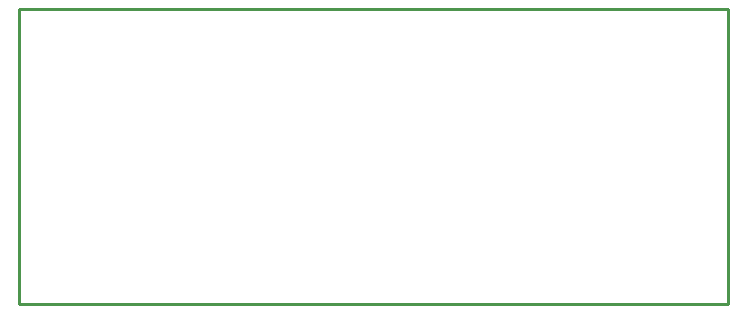
<source format=gko>
G04*
G04 #@! TF.GenerationSoftware,Altium Limited,Altium Designer,22.10.1 (41)*
G04*
G04 Layer_Color=16711935*
%FSLAX44Y44*%
%MOMM*%
G71*
G04*
G04 #@! TF.SameCoordinates,2E0DDC9F-B89A-4235-B925-374E8A91578C*
G04*
G04*
G04 #@! TF.FilePolarity,Positive*
G04*
G01*
G75*
%ADD11C,0.2540*%
D11*
X100000Y250000D02*
X700000D01*
Y400D02*
Y249763D01*
X100000Y0D02*
X700000D01*
X100000D02*
Y250000D01*
M02*

</source>
